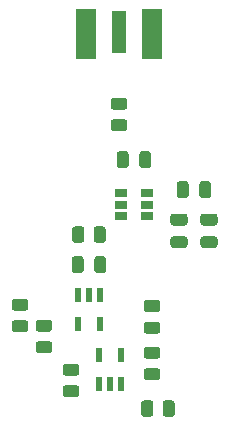
<source format=gbr>
%TF.GenerationSoftware,KiCad,Pcbnew,(5.1.9)-1*%
%TF.CreationDate,2021-03-18T19:40:29-04:00*%
%TF.ProjectId,PowerDetector,506f7765-7244-4657-9465-63746f722e6b,rev?*%
%TF.SameCoordinates,Original*%
%TF.FileFunction,Paste,Top*%
%TF.FilePolarity,Positive*%
%FSLAX46Y46*%
G04 Gerber Fmt 4.6, Leading zero omitted, Abs format (unit mm)*
G04 Created by KiCad (PCBNEW (5.1.9)-1) date 2021-03-18 19:40:29*
%MOMM*%
%LPD*%
G01*
G04 APERTURE LIST*
%ADD10R,0.590000X1.210000*%
%ADD11R,1.750000X4.200000*%
%ADD12R,1.270000X3.600000*%
%ADD13R,1.060000X0.650000*%
G04 APERTURE END LIST*
D10*
%TO.C,U3*%
X116398000Y-102885000D03*
X118298000Y-102885000D03*
X118298000Y-105395000D03*
X117348000Y-105395000D03*
X116398000Y-105395000D03*
%TD*%
%TO.C,U2*%
X116520000Y-100315000D03*
X114620000Y-100315000D03*
X114620000Y-97805000D03*
X115570000Y-97805000D03*
X116520000Y-97805000D03*
%TD*%
D11*
%TO.C,J1*%
X115285000Y-75765000D03*
X120935000Y-75765000D03*
D12*
X118110000Y-75565000D03*
%TD*%
%TO.C,.47u1*%
G36*
G01*
X119830000Y-86835000D02*
X119830000Y-85885000D01*
G75*
G02*
X120080000Y-85635000I250000J0D01*
G01*
X120580000Y-85635000D01*
G75*
G02*
X120830000Y-85885000I0J-250000D01*
G01*
X120830000Y-86835000D01*
G75*
G02*
X120580000Y-87085000I-250000J0D01*
G01*
X120080000Y-87085000D01*
G75*
G02*
X119830000Y-86835000I0J250000D01*
G01*
G37*
G36*
G01*
X117930000Y-86835000D02*
X117930000Y-85885000D01*
G75*
G02*
X118180000Y-85635000I250000J0D01*
G01*
X118680000Y-85635000D01*
G75*
G02*
X118930000Y-85885000I0J-250000D01*
G01*
X118930000Y-86835000D01*
G75*
G02*
X118680000Y-87085000I-250000J0D01*
G01*
X118180000Y-87085000D01*
G75*
G02*
X117930000Y-86835000I0J250000D01*
G01*
G37*
%TD*%
D13*
%TO.C,U1*%
X120480000Y-90170000D03*
X120480000Y-89220000D03*
X120480000Y-91120000D03*
X118280000Y-91120000D03*
X118280000Y-90170000D03*
X118280000Y-89220000D03*
%TD*%
%TO.C,Rsh2*%
G36*
G01*
X121012000Y-106991998D02*
X121012000Y-107892002D01*
G75*
G02*
X120762002Y-108142000I-249998J0D01*
G01*
X120236998Y-108142000D01*
G75*
G02*
X119987000Y-107892002I0J249998D01*
G01*
X119987000Y-106991998D01*
G75*
G02*
X120236998Y-106742000I249998J0D01*
G01*
X120762002Y-106742000D01*
G75*
G02*
X121012000Y-106991998I0J-249998D01*
G01*
G37*
G36*
G01*
X122837000Y-106991998D02*
X122837000Y-107892002D01*
G75*
G02*
X122587002Y-108142000I-249998J0D01*
G01*
X122061998Y-108142000D01*
G75*
G02*
X121812000Y-107892002I0J249998D01*
G01*
X121812000Y-106991998D01*
G75*
G02*
X122061998Y-106742000I249998J0D01*
G01*
X122587002Y-106742000D01*
G75*
G02*
X122837000Y-106991998I0J-249998D01*
G01*
G37*
%TD*%
%TO.C,Rsh1*%
G36*
G01*
X110178002Y-99168000D02*
X109277998Y-99168000D01*
G75*
G02*
X109028000Y-98918002I0J249998D01*
G01*
X109028000Y-98392998D01*
G75*
G02*
X109277998Y-98143000I249998J0D01*
G01*
X110178002Y-98143000D01*
G75*
G02*
X110428000Y-98392998I0J-249998D01*
G01*
X110428000Y-98918002D01*
G75*
G02*
X110178002Y-99168000I-249998J0D01*
G01*
G37*
G36*
G01*
X110178002Y-100993000D02*
X109277998Y-100993000D01*
G75*
G02*
X109028000Y-100743002I0J249998D01*
G01*
X109028000Y-100217998D01*
G75*
G02*
X109277998Y-99968000I249998J0D01*
G01*
X110178002Y-99968000D01*
G75*
G02*
X110428000Y-100217998I0J-249998D01*
G01*
X110428000Y-100743002D01*
G75*
G02*
X110178002Y-100993000I-249998J0D01*
G01*
G37*
%TD*%
%TO.C,Rin1*%
G36*
G01*
X113595998Y-105452500D02*
X114496002Y-105452500D01*
G75*
G02*
X114746000Y-105702498I0J-249998D01*
G01*
X114746000Y-106227502D01*
G75*
G02*
X114496002Y-106477500I-249998J0D01*
G01*
X113595998Y-106477500D01*
G75*
G02*
X113346000Y-106227502I0J249998D01*
G01*
X113346000Y-105702498D01*
G75*
G02*
X113595998Y-105452500I249998J0D01*
G01*
G37*
G36*
G01*
X113595998Y-103627500D02*
X114496002Y-103627500D01*
G75*
G02*
X114746000Y-103877498I0J-249998D01*
G01*
X114746000Y-104402502D01*
G75*
G02*
X114496002Y-104652500I-249998J0D01*
G01*
X113595998Y-104652500D01*
G75*
G02*
X113346000Y-104402502I0J249998D01*
G01*
X113346000Y-103877498D01*
G75*
G02*
X113595998Y-103627500I249998J0D01*
G01*
G37*
%TD*%
%TO.C,RFB4*%
G36*
G01*
X121354002Y-103232000D02*
X120453998Y-103232000D01*
G75*
G02*
X120204000Y-102982002I0J249998D01*
G01*
X120204000Y-102456998D01*
G75*
G02*
X120453998Y-102207000I249998J0D01*
G01*
X121354002Y-102207000D01*
G75*
G02*
X121604000Y-102456998I0J-249998D01*
G01*
X121604000Y-102982002D01*
G75*
G02*
X121354002Y-103232000I-249998J0D01*
G01*
G37*
G36*
G01*
X121354002Y-105057000D02*
X120453998Y-105057000D01*
G75*
G02*
X120204000Y-104807002I0J249998D01*
G01*
X120204000Y-104281998D01*
G75*
G02*
X120453998Y-104032000I249998J0D01*
G01*
X121354002Y-104032000D01*
G75*
G02*
X121604000Y-104281998I0J-249998D01*
G01*
X121604000Y-104807002D01*
G75*
G02*
X121354002Y-105057000I-249998J0D01*
G01*
G37*
%TD*%
%TO.C,RFB3*%
G36*
G01*
X121354002Y-99271500D02*
X120453998Y-99271500D01*
G75*
G02*
X120204000Y-99021502I0J249998D01*
G01*
X120204000Y-98496498D01*
G75*
G02*
X120453998Y-98246500I249998J0D01*
G01*
X121354002Y-98246500D01*
G75*
G02*
X121604000Y-98496498I0J-249998D01*
G01*
X121604000Y-99021502D01*
G75*
G02*
X121354002Y-99271500I-249998J0D01*
G01*
G37*
G36*
G01*
X121354002Y-101096500D02*
X120453998Y-101096500D01*
G75*
G02*
X120204000Y-100846502I0J249998D01*
G01*
X120204000Y-100321498D01*
G75*
G02*
X120453998Y-100071500I249998J0D01*
G01*
X121354002Y-100071500D01*
G75*
G02*
X121604000Y-100321498I0J-249998D01*
G01*
X121604000Y-100846502D01*
G75*
G02*
X121354002Y-101096500I-249998J0D01*
G01*
G37*
%TD*%
%TO.C,RFB1*%
G36*
G01*
X111309998Y-101722500D02*
X112210002Y-101722500D01*
G75*
G02*
X112460000Y-101972498I0J-249998D01*
G01*
X112460000Y-102497502D01*
G75*
G02*
X112210002Y-102747500I-249998J0D01*
G01*
X111309998Y-102747500D01*
G75*
G02*
X111060000Y-102497502I0J249998D01*
G01*
X111060000Y-101972498D01*
G75*
G02*
X111309998Y-101722500I249998J0D01*
G01*
G37*
G36*
G01*
X111309998Y-99897500D02*
X112210002Y-99897500D01*
G75*
G02*
X112460000Y-100147498I0J-249998D01*
G01*
X112460000Y-100672502D01*
G75*
G02*
X112210002Y-100922500I-249998J0D01*
G01*
X111309998Y-100922500D01*
G75*
G02*
X111060000Y-100672502I0J249998D01*
G01*
X111060000Y-100147498D01*
G75*
G02*
X111309998Y-99897500I249998J0D01*
G01*
G37*
%TD*%
%TO.C,R4*%
G36*
G01*
X118560002Y-82150000D02*
X117659998Y-82150000D01*
G75*
G02*
X117410000Y-81900002I0J249998D01*
G01*
X117410000Y-81374998D01*
G75*
G02*
X117659998Y-81125000I249998J0D01*
G01*
X118560002Y-81125000D01*
G75*
G02*
X118810000Y-81374998I0J-249998D01*
G01*
X118810000Y-81900002D01*
G75*
G02*
X118560002Y-82150000I-249998J0D01*
G01*
G37*
G36*
G01*
X118560002Y-83975000D02*
X117659998Y-83975000D01*
G75*
G02*
X117410000Y-83725002I0J249998D01*
G01*
X117410000Y-83199998D01*
G75*
G02*
X117659998Y-82950000I249998J0D01*
G01*
X118560002Y-82950000D01*
G75*
G02*
X118810000Y-83199998I0J-249998D01*
G01*
X118810000Y-83725002D01*
G75*
G02*
X118560002Y-83975000I-249998J0D01*
G01*
G37*
%TD*%
%TO.C,R2*%
G36*
G01*
X115970000Y-93160002D02*
X115970000Y-92259998D01*
G75*
G02*
X116219998Y-92010000I249998J0D01*
G01*
X116745002Y-92010000D01*
G75*
G02*
X116995000Y-92259998I0J-249998D01*
G01*
X116995000Y-93160002D01*
G75*
G02*
X116745002Y-93410000I-249998J0D01*
G01*
X116219998Y-93410000D01*
G75*
G02*
X115970000Y-93160002I0J249998D01*
G01*
G37*
G36*
G01*
X114145000Y-93160002D02*
X114145000Y-92259998D01*
G75*
G02*
X114394998Y-92010000I249998J0D01*
G01*
X114920002Y-92010000D01*
G75*
G02*
X115170000Y-92259998I0J-249998D01*
G01*
X115170000Y-93160002D01*
G75*
G02*
X114920002Y-93410000I-249998J0D01*
G01*
X114394998Y-93410000D01*
G75*
G02*
X114145000Y-93160002I0J249998D01*
G01*
G37*
%TD*%
%TO.C,C5*%
G36*
G01*
X116020000Y-95725000D02*
X116020000Y-94775000D01*
G75*
G02*
X116270000Y-94525000I250000J0D01*
G01*
X116770000Y-94525000D01*
G75*
G02*
X117020000Y-94775000I0J-250000D01*
G01*
X117020000Y-95725000D01*
G75*
G02*
X116770000Y-95975000I-250000J0D01*
G01*
X116270000Y-95975000D01*
G75*
G02*
X116020000Y-95725000I0J250000D01*
G01*
G37*
G36*
G01*
X114120000Y-95725000D02*
X114120000Y-94775000D01*
G75*
G02*
X114370000Y-94525000I250000J0D01*
G01*
X114870000Y-94525000D01*
G75*
G02*
X115120000Y-94775000I0J-250000D01*
G01*
X115120000Y-95725000D01*
G75*
G02*
X114870000Y-95975000I-250000J0D01*
G01*
X114370000Y-95975000D01*
G75*
G02*
X114120000Y-95725000I0J250000D01*
G01*
G37*
%TD*%
%TO.C,C4*%
G36*
G01*
X122715000Y-92840000D02*
X123665000Y-92840000D01*
G75*
G02*
X123915000Y-93090000I0J-250000D01*
G01*
X123915000Y-93590000D01*
G75*
G02*
X123665000Y-93840000I-250000J0D01*
G01*
X122715000Y-93840000D01*
G75*
G02*
X122465000Y-93590000I0J250000D01*
G01*
X122465000Y-93090000D01*
G75*
G02*
X122715000Y-92840000I250000J0D01*
G01*
G37*
G36*
G01*
X122715000Y-90940000D02*
X123665000Y-90940000D01*
G75*
G02*
X123915000Y-91190000I0J-250000D01*
G01*
X123915000Y-91690000D01*
G75*
G02*
X123665000Y-91940000I-250000J0D01*
G01*
X122715000Y-91940000D01*
G75*
G02*
X122465000Y-91690000I0J250000D01*
G01*
X122465000Y-91190000D01*
G75*
G02*
X122715000Y-90940000I250000J0D01*
G01*
G37*
%TD*%
%TO.C,C3*%
G36*
G01*
X125255000Y-92840000D02*
X126205000Y-92840000D01*
G75*
G02*
X126455000Y-93090000I0J-250000D01*
G01*
X126455000Y-93590000D01*
G75*
G02*
X126205000Y-93840000I-250000J0D01*
G01*
X125255000Y-93840000D01*
G75*
G02*
X125005000Y-93590000I0J250000D01*
G01*
X125005000Y-93090000D01*
G75*
G02*
X125255000Y-92840000I250000J0D01*
G01*
G37*
G36*
G01*
X125255000Y-90940000D02*
X126205000Y-90940000D01*
G75*
G02*
X126455000Y-91190000I0J-250000D01*
G01*
X126455000Y-91690000D01*
G75*
G02*
X126205000Y-91940000I-250000J0D01*
G01*
X125255000Y-91940000D01*
G75*
G02*
X125005000Y-91690000I0J250000D01*
G01*
X125005000Y-91190000D01*
G75*
G02*
X125255000Y-90940000I250000J0D01*
G01*
G37*
%TD*%
%TO.C,C2*%
G36*
G01*
X124910000Y-89375000D02*
X124910000Y-88425000D01*
G75*
G02*
X125160000Y-88175000I250000J0D01*
G01*
X125660000Y-88175000D01*
G75*
G02*
X125910000Y-88425000I0J-250000D01*
G01*
X125910000Y-89375000D01*
G75*
G02*
X125660000Y-89625000I-250000J0D01*
G01*
X125160000Y-89625000D01*
G75*
G02*
X124910000Y-89375000I0J250000D01*
G01*
G37*
G36*
G01*
X123010000Y-89375000D02*
X123010000Y-88425000D01*
G75*
G02*
X123260000Y-88175000I250000J0D01*
G01*
X123760000Y-88175000D01*
G75*
G02*
X124010000Y-88425000I0J-250000D01*
G01*
X124010000Y-89375000D01*
G75*
G02*
X123760000Y-89625000I-250000J0D01*
G01*
X123260000Y-89625000D01*
G75*
G02*
X123010000Y-89375000I0J250000D01*
G01*
G37*
%TD*%
M02*

</source>
